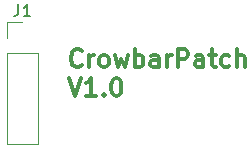
<source format=gbr>
%TF.GenerationSoftware,KiCad,Pcbnew,7.0.2*%
%TF.CreationDate,2023-09-29T19:18:40+02:00*%
%TF.ProjectId,crowbar,63726f77-6261-4722-9e6b-696361645f70,rev?*%
%TF.SameCoordinates,Original*%
%TF.FileFunction,Legend,Top*%
%TF.FilePolarity,Positive*%
%FSLAX46Y46*%
G04 Gerber Fmt 4.6, Leading zero omitted, Abs format (unit mm)*
G04 Created by KiCad (PCBNEW 7.0.2) date 2023-09-29 19:18:40*
%MOMM*%
%LPD*%
G01*
G04 APERTURE LIST*
%ADD10C,0.300000*%
%ADD11C,0.150000*%
%ADD12C,0.120000*%
%ADD13R,1.700000X1.700000*%
%ADD14O,1.700000X1.700000*%
G04 APERTURE END LIST*
D10*
X99004285Y-70903571D02*
X98932857Y-70975000D01*
X98932857Y-70975000D02*
X98718571Y-71046428D01*
X98718571Y-71046428D02*
X98575714Y-71046428D01*
X98575714Y-71046428D02*
X98361428Y-70975000D01*
X98361428Y-70975000D02*
X98218571Y-70832142D01*
X98218571Y-70832142D02*
X98147142Y-70689285D01*
X98147142Y-70689285D02*
X98075714Y-70403571D01*
X98075714Y-70403571D02*
X98075714Y-70189285D01*
X98075714Y-70189285D02*
X98147142Y-69903571D01*
X98147142Y-69903571D02*
X98218571Y-69760714D01*
X98218571Y-69760714D02*
X98361428Y-69617857D01*
X98361428Y-69617857D02*
X98575714Y-69546428D01*
X98575714Y-69546428D02*
X98718571Y-69546428D01*
X98718571Y-69546428D02*
X98932857Y-69617857D01*
X98932857Y-69617857D02*
X99004285Y-69689285D01*
X99647142Y-71046428D02*
X99647142Y-70046428D01*
X99647142Y-70332142D02*
X99718571Y-70189285D01*
X99718571Y-70189285D02*
X99790000Y-70117857D01*
X99790000Y-70117857D02*
X99932857Y-70046428D01*
X99932857Y-70046428D02*
X100075714Y-70046428D01*
X100789999Y-71046428D02*
X100647142Y-70975000D01*
X100647142Y-70975000D02*
X100575713Y-70903571D01*
X100575713Y-70903571D02*
X100504285Y-70760714D01*
X100504285Y-70760714D02*
X100504285Y-70332142D01*
X100504285Y-70332142D02*
X100575713Y-70189285D01*
X100575713Y-70189285D02*
X100647142Y-70117857D01*
X100647142Y-70117857D02*
X100789999Y-70046428D01*
X100789999Y-70046428D02*
X101004285Y-70046428D01*
X101004285Y-70046428D02*
X101147142Y-70117857D01*
X101147142Y-70117857D02*
X101218571Y-70189285D01*
X101218571Y-70189285D02*
X101289999Y-70332142D01*
X101289999Y-70332142D02*
X101289999Y-70760714D01*
X101289999Y-70760714D02*
X101218571Y-70903571D01*
X101218571Y-70903571D02*
X101147142Y-70975000D01*
X101147142Y-70975000D02*
X101004285Y-71046428D01*
X101004285Y-71046428D02*
X100789999Y-71046428D01*
X101789999Y-70046428D02*
X102075714Y-71046428D01*
X102075714Y-71046428D02*
X102361428Y-70332142D01*
X102361428Y-70332142D02*
X102647142Y-71046428D01*
X102647142Y-71046428D02*
X102932856Y-70046428D01*
X103504285Y-71046428D02*
X103504285Y-69546428D01*
X103504285Y-70117857D02*
X103647143Y-70046428D01*
X103647143Y-70046428D02*
X103932857Y-70046428D01*
X103932857Y-70046428D02*
X104075714Y-70117857D01*
X104075714Y-70117857D02*
X104147143Y-70189285D01*
X104147143Y-70189285D02*
X104218571Y-70332142D01*
X104218571Y-70332142D02*
X104218571Y-70760714D01*
X104218571Y-70760714D02*
X104147143Y-70903571D01*
X104147143Y-70903571D02*
X104075714Y-70975000D01*
X104075714Y-70975000D02*
X103932857Y-71046428D01*
X103932857Y-71046428D02*
X103647143Y-71046428D01*
X103647143Y-71046428D02*
X103504285Y-70975000D01*
X105504286Y-71046428D02*
X105504286Y-70260714D01*
X105504286Y-70260714D02*
X105432857Y-70117857D01*
X105432857Y-70117857D02*
X105290000Y-70046428D01*
X105290000Y-70046428D02*
X105004286Y-70046428D01*
X105004286Y-70046428D02*
X104861428Y-70117857D01*
X105504286Y-70975000D02*
X105361428Y-71046428D01*
X105361428Y-71046428D02*
X105004286Y-71046428D01*
X105004286Y-71046428D02*
X104861428Y-70975000D01*
X104861428Y-70975000D02*
X104790000Y-70832142D01*
X104790000Y-70832142D02*
X104790000Y-70689285D01*
X104790000Y-70689285D02*
X104861428Y-70546428D01*
X104861428Y-70546428D02*
X105004286Y-70475000D01*
X105004286Y-70475000D02*
X105361428Y-70475000D01*
X105361428Y-70475000D02*
X105504286Y-70403571D01*
X106218571Y-71046428D02*
X106218571Y-70046428D01*
X106218571Y-70332142D02*
X106290000Y-70189285D01*
X106290000Y-70189285D02*
X106361429Y-70117857D01*
X106361429Y-70117857D02*
X106504286Y-70046428D01*
X106504286Y-70046428D02*
X106647143Y-70046428D01*
X107147142Y-71046428D02*
X107147142Y-69546428D01*
X107147142Y-69546428D02*
X107718571Y-69546428D01*
X107718571Y-69546428D02*
X107861428Y-69617857D01*
X107861428Y-69617857D02*
X107932857Y-69689285D01*
X107932857Y-69689285D02*
X108004285Y-69832142D01*
X108004285Y-69832142D02*
X108004285Y-70046428D01*
X108004285Y-70046428D02*
X107932857Y-70189285D01*
X107932857Y-70189285D02*
X107861428Y-70260714D01*
X107861428Y-70260714D02*
X107718571Y-70332142D01*
X107718571Y-70332142D02*
X107147142Y-70332142D01*
X109290000Y-71046428D02*
X109290000Y-70260714D01*
X109290000Y-70260714D02*
X109218571Y-70117857D01*
X109218571Y-70117857D02*
X109075714Y-70046428D01*
X109075714Y-70046428D02*
X108790000Y-70046428D01*
X108790000Y-70046428D02*
X108647142Y-70117857D01*
X109290000Y-70975000D02*
X109147142Y-71046428D01*
X109147142Y-71046428D02*
X108790000Y-71046428D01*
X108790000Y-71046428D02*
X108647142Y-70975000D01*
X108647142Y-70975000D02*
X108575714Y-70832142D01*
X108575714Y-70832142D02*
X108575714Y-70689285D01*
X108575714Y-70689285D02*
X108647142Y-70546428D01*
X108647142Y-70546428D02*
X108790000Y-70475000D01*
X108790000Y-70475000D02*
X109147142Y-70475000D01*
X109147142Y-70475000D02*
X109290000Y-70403571D01*
X109790000Y-70046428D02*
X110361428Y-70046428D01*
X110004285Y-69546428D02*
X110004285Y-70832142D01*
X110004285Y-70832142D02*
X110075714Y-70975000D01*
X110075714Y-70975000D02*
X110218571Y-71046428D01*
X110218571Y-71046428D02*
X110361428Y-71046428D01*
X111504286Y-70975000D02*
X111361428Y-71046428D01*
X111361428Y-71046428D02*
X111075714Y-71046428D01*
X111075714Y-71046428D02*
X110932857Y-70975000D01*
X110932857Y-70975000D02*
X110861428Y-70903571D01*
X110861428Y-70903571D02*
X110790000Y-70760714D01*
X110790000Y-70760714D02*
X110790000Y-70332142D01*
X110790000Y-70332142D02*
X110861428Y-70189285D01*
X110861428Y-70189285D02*
X110932857Y-70117857D01*
X110932857Y-70117857D02*
X111075714Y-70046428D01*
X111075714Y-70046428D02*
X111361428Y-70046428D01*
X111361428Y-70046428D02*
X111504286Y-70117857D01*
X112147142Y-71046428D02*
X112147142Y-69546428D01*
X112790000Y-71046428D02*
X112790000Y-70260714D01*
X112790000Y-70260714D02*
X112718571Y-70117857D01*
X112718571Y-70117857D02*
X112575714Y-70046428D01*
X112575714Y-70046428D02*
X112361428Y-70046428D01*
X112361428Y-70046428D02*
X112218571Y-70117857D01*
X112218571Y-70117857D02*
X112147142Y-70189285D01*
X97932857Y-71976428D02*
X98432857Y-73476428D01*
X98432857Y-73476428D02*
X98932857Y-71976428D01*
X100218571Y-73476428D02*
X99361428Y-73476428D01*
X99789999Y-73476428D02*
X99789999Y-71976428D01*
X99789999Y-71976428D02*
X99647142Y-72190714D01*
X99647142Y-72190714D02*
X99504285Y-72333571D01*
X99504285Y-72333571D02*
X99361428Y-72405000D01*
X100861427Y-73333571D02*
X100932856Y-73405000D01*
X100932856Y-73405000D02*
X100861427Y-73476428D01*
X100861427Y-73476428D02*
X100789999Y-73405000D01*
X100789999Y-73405000D02*
X100861427Y-73333571D01*
X100861427Y-73333571D02*
X100861427Y-73476428D01*
X101861428Y-71976428D02*
X102004285Y-71976428D01*
X102004285Y-71976428D02*
X102147142Y-72047857D01*
X102147142Y-72047857D02*
X102218571Y-72119285D01*
X102218571Y-72119285D02*
X102289999Y-72262142D01*
X102289999Y-72262142D02*
X102361428Y-72547857D01*
X102361428Y-72547857D02*
X102361428Y-72905000D01*
X102361428Y-72905000D02*
X102289999Y-73190714D01*
X102289999Y-73190714D02*
X102218571Y-73333571D01*
X102218571Y-73333571D02*
X102147142Y-73405000D01*
X102147142Y-73405000D02*
X102004285Y-73476428D01*
X102004285Y-73476428D02*
X101861428Y-73476428D01*
X101861428Y-73476428D02*
X101718571Y-73405000D01*
X101718571Y-73405000D02*
X101647142Y-73333571D01*
X101647142Y-73333571D02*
X101575713Y-73190714D01*
X101575713Y-73190714D02*
X101504285Y-72905000D01*
X101504285Y-72905000D02*
X101504285Y-72547857D01*
X101504285Y-72547857D02*
X101575713Y-72262142D01*
X101575713Y-72262142D02*
X101647142Y-72119285D01*
X101647142Y-72119285D02*
X101718571Y-72047857D01*
X101718571Y-72047857D02*
X101861428Y-71976428D01*
D11*
%TO.C,J1*%
X93646666Y-65712619D02*
X93646666Y-66426904D01*
X93646666Y-66426904D02*
X93599047Y-66569761D01*
X93599047Y-66569761D02*
X93503809Y-66665000D01*
X93503809Y-66665000D02*
X93360952Y-66712619D01*
X93360952Y-66712619D02*
X93265714Y-66712619D01*
X94646666Y-66712619D02*
X94075238Y-66712619D01*
X94360952Y-66712619D02*
X94360952Y-65712619D01*
X94360952Y-65712619D02*
X94265714Y-65855476D01*
X94265714Y-65855476D02*
X94170476Y-65950714D01*
X94170476Y-65950714D02*
X94075238Y-65998333D01*
D12*
X95310000Y-69850000D02*
X95310000Y-77530000D01*
X92650000Y-68580000D02*
X92650000Y-67250000D01*
X92650000Y-77530000D02*
X95310000Y-77530000D01*
X92650000Y-69850000D02*
X95310000Y-69850000D01*
X92650000Y-67250000D02*
X93980000Y-67250000D01*
X92650000Y-69850000D02*
X92650000Y-77530000D01*
%TD*%
%LPC*%
D13*
%TO.C,J1*%
X93980000Y-68580000D03*
D14*
X93980000Y-71120000D03*
X93980000Y-73660000D03*
X93980000Y-76200000D03*
%TD*%
%LPD*%
M02*

</source>
